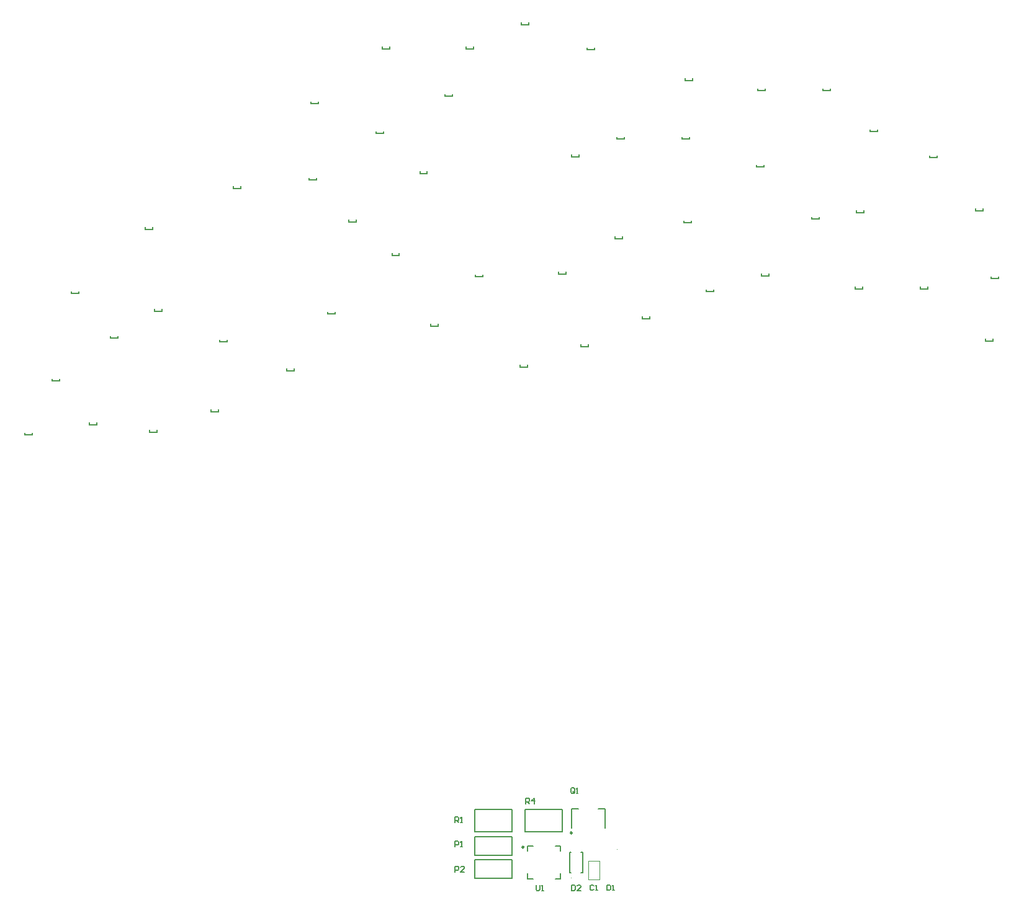
<source format=gbr>
%TF.GenerationSoftware,Altium Limited,Altium Designer,20.0.14 (345)*%
G04 Layer_Color=65535*
%FSLAX45Y45*%
%MOMM*%
%TF.FileFunction,Legend,Top*%
%TF.Part,Single*%
G01*
G75*
%TA.AperFunction,NonConductor*%
%ADD31C,0.10000*%
%ADD32C,0.25000*%
%ADD33C,0.20000*%
D31*
X10605500Y4910600D02*
G03*
X10605500Y4910600I-5000J0D01*
G01*
X11230400Y5297900D02*
G03*
X11230400Y5297900I-5000J0D01*
G01*
X10833100Y4889500D02*
X10887300D01*
X10833100D02*
Y5143500D01*
X10985500D01*
Y4889500D02*
Y5143500D01*
X10887300Y4889500D02*
X10985500D01*
D32*
X10613000Y5524450D02*
G03*
X10613000Y5524450I-12500J0D01*
G01*
X9954100Y5330100D02*
G03*
X9954100Y5330100I-12500J0D01*
G01*
D33*
X10578000Y4978100D02*
Y5258100D01*
X10758000Y4978100D02*
Y5258100D01*
X10578000Y4978100D02*
X10600500D01*
X10578000Y5258100D02*
X10600500D01*
X10735500Y4978100D02*
X10758000D01*
X10735500Y5258100D02*
X10758000D01*
X9791700Y5537200D02*
Y5643600D01*
X9283700Y5537200D02*
X9791700D01*
X9283700D02*
Y5842000D01*
X9791700D01*
Y5643600D02*
Y5842000D01*
Y5219700D02*
Y5473700D01*
X9283700Y5219700D02*
X9791700D01*
X9283700D02*
Y5473700D01*
X9791700D01*
X9283700Y4902200D02*
Y5156200D01*
X9791700D01*
Y4902200D02*
Y5156200D01*
X9283700Y4902200D02*
X9791700D01*
X10970500Y5849450D02*
X11065500D01*
Y5589450D02*
Y5849450D01*
X10605500D02*
X10700500D01*
X10605500Y5589450D02*
Y5849450D01*
X10006600Y4900100D02*
X10076600D01*
X10006600D02*
Y4970100D01*
X10381600Y4900100D02*
X10451600D01*
Y4970100D01*
Y5275100D02*
Y5345100D01*
X10381600D02*
X10451600D01*
X10006600D02*
X10076600D01*
X10006600Y5275100D02*
Y5345100D01*
X9906800Y11884900D02*
X10006800D01*
Y11914900D01*
X9906800Y11884900D02*
Y11914900D01*
X8687600Y12443700D02*
X8787600D01*
Y12473700D01*
X8687600Y12443700D02*
Y12473700D01*
X7279000Y12608800D02*
X7379000D01*
Y12638800D01*
X7279000Y12608800D02*
Y12638800D01*
X8536300Y14526500D02*
X8636300D01*
Y14556500D01*
X8536300Y14526500D02*
Y14556500D01*
X7938300Y15072600D02*
X8038300D01*
Y15102600D01*
X7938300Y15072600D02*
Y15102600D01*
X7025000Y14437601D02*
X7125000D01*
Y14467599D01*
X7025000Y14437601D02*
Y14467599D01*
X9297200Y13116800D02*
X9397200D01*
Y13146800D01*
X9297200Y13116800D02*
Y13146800D01*
X8155300Y13408900D02*
X8255300D01*
Y13438901D01*
X8155300Y13408900D02*
Y13438901D01*
X7570000Y13862700D02*
X7670000D01*
Y13892700D01*
X7570000Y13862700D02*
Y13892700D01*
X8878100Y15580600D02*
X8978100D01*
Y15610600D01*
X8878100Y15580600D02*
Y15610600D01*
X8027200Y16228300D02*
X8127200D01*
Y16258299D01*
X8027200Y16228300D02*
Y16258299D01*
X7049300Y15478999D02*
X7149300D01*
Y15509000D01*
X7049300Y15478999D02*
Y15509000D01*
X6719100Y11834100D02*
X6819100D01*
Y11864100D01*
X6719100Y11834100D02*
Y11864100D01*
X5995200Y14323300D02*
X6095200D01*
Y14353300D01*
X5995200Y14323300D02*
Y14353300D01*
X5690400Y11275300D02*
X5790400D01*
Y11305300D01*
X5690400Y11275300D02*
Y11305300D01*
X5804700Y12227800D02*
X5904700D01*
Y12257800D01*
X5804700Y12227800D02*
Y12257800D01*
X4852200Y10995900D02*
X4952200D01*
Y11025900D01*
X4852200Y10995900D02*
Y11025900D01*
X4788700Y13764500D02*
X4888700D01*
Y13794501D01*
X4788700Y13764500D02*
Y13794501D01*
X9170200Y16228300D02*
X9270200D01*
Y16258299D01*
X9170200Y16228300D02*
Y16258299D01*
X4026700Y11097500D02*
X4126700D01*
Y11127500D01*
X4026700Y11097500D02*
Y11127500D01*
X4915700Y12646900D02*
X5015700D01*
Y12676900D01*
X4915700Y12646900D02*
Y12676900D01*
X4318800Y12278600D02*
X4418800D01*
Y12308600D01*
X4318800Y12278600D02*
Y12308600D01*
X3785400Y12888200D02*
X3885400D01*
Y12918201D01*
X3785400Y12888200D02*
Y12918201D01*
X16256799Y12240500D02*
X16356799D01*
Y12270500D01*
X16256799Y12240500D02*
Y12270500D01*
X15367799Y12951700D02*
X15467799D01*
Y12981700D01*
X15367799Y12951700D02*
Y12981700D01*
X14478799Y12951700D02*
X14578799D01*
Y12981700D01*
X14478799Y12951700D02*
Y12981700D01*
X14682001Y15098000D02*
X14782001D01*
Y15128000D01*
X14682001Y15098000D02*
Y15128000D01*
X13132600Y14615401D02*
X13232600D01*
Y14645399D01*
X13132600Y14615401D02*
Y14645399D01*
X13196100Y13129500D02*
X13296100D01*
Y13159500D01*
X13196100Y13129500D02*
Y13159500D01*
X16333000Y13091400D02*
X16433000D01*
Y13121400D01*
X16333000Y13091400D02*
Y13121400D01*
X16117101Y14018500D02*
X16217101D01*
Y14048500D01*
X16117101Y14018500D02*
Y14048500D01*
X15494800Y14742400D02*
X15594800D01*
Y14772400D01*
X15494800Y14742400D02*
Y14772400D01*
X14491499Y13993100D02*
X14591499D01*
Y14023100D01*
X14491499Y13993100D02*
Y14023100D01*
X14034300Y15656799D02*
X14134300D01*
Y15686800D01*
X14034300Y15656799D02*
Y15686800D01*
X13145300Y15656799D02*
X13245300D01*
Y15686800D01*
X13145300Y15656799D02*
Y15686800D01*
X13881900Y13904201D02*
X13981900D01*
Y13934200D01*
X13881900Y13904201D02*
Y13934200D01*
X12446800Y12913600D02*
X12546800D01*
Y12943600D01*
X12446800Y12913600D02*
Y12943600D01*
X11570500Y12545300D02*
X11670500D01*
Y12575300D01*
X11570500Y12545300D02*
Y12575300D01*
X10732300Y12164300D02*
X10832300D01*
Y12194300D01*
X10732300Y12164300D02*
Y12194300D01*
X12116600Y14996400D02*
X12216600D01*
Y15026401D01*
X12116600Y14996400D02*
Y15026401D01*
X11227600Y14996400D02*
X11327600D01*
Y15026401D01*
X11227600Y14996400D02*
Y15026401D01*
X10605300Y14755099D02*
X10705300D01*
Y14785100D01*
X10605300Y14755099D02*
Y14785100D01*
X12142000Y13853400D02*
X12242000D01*
Y13883400D01*
X12142000Y13853400D02*
Y13883400D01*
X11202200Y13637500D02*
X11302200D01*
Y13667500D01*
X11202200Y13637500D02*
Y13667500D01*
X10427500Y13154900D02*
X10527500D01*
Y13184900D01*
X10427500Y13154900D02*
Y13184900D01*
X12154700Y15796500D02*
X12254700D01*
Y15826500D01*
X12154700Y15796500D02*
Y15826500D01*
X10821200Y16215601D02*
X10921200D01*
Y16245599D01*
X10821200Y16215601D02*
Y16245599D01*
X9919500Y16558501D02*
X10019500D01*
Y16588499D01*
X9919500Y16558501D02*
Y16588499D01*
X3150400Y10957800D02*
X3250400D01*
Y10987800D01*
X3150400Y10957800D02*
Y10987800D01*
X3518700Y11694400D02*
X3618700D01*
Y11724400D01*
X3518700Y11694400D02*
Y11724400D01*
X9971700Y5537200D02*
Y5735600D01*
Y5537200D02*
X10479700D01*
Y5842000D01*
X9971700D02*
X10479700D01*
X9971700Y5735600D02*
Y5842000D01*
X10605520Y4812688D02*
Y4737712D01*
X10643008D01*
X10655504Y4750208D01*
Y4800192D01*
X10643008Y4812688D01*
X10605520D01*
X10730480Y4737712D02*
X10680496D01*
X10730480Y4787696D01*
Y4800192D01*
X10717984Y4812688D01*
X10692992D01*
X10680496Y4800192D01*
X9018020Y4991712D02*
Y5066688D01*
X9055508D01*
X9068004Y5054192D01*
Y5029200D01*
X9055508Y5016704D01*
X9018020D01*
X9142980Y4991712D02*
X9092996D01*
X9142980Y5041696D01*
Y5054192D01*
X9130484Y5066688D01*
X9105492D01*
X9092996Y5054192D01*
X9017816Y5334612D02*
Y5409588D01*
X9055304D01*
X9067800Y5397092D01*
Y5372100D01*
X9055304Y5359604D01*
X9017816D01*
X9092792Y5334612D02*
X9117784D01*
X9105288D01*
Y5409588D01*
X9092792Y5397092D01*
X10909300Y4803362D02*
X10896804Y4815858D01*
X10871812D01*
X10859316Y4803362D01*
Y4753378D01*
X10871812Y4740882D01*
X10896804D01*
X10909300Y4753378D01*
X10934292Y4740882D02*
X10959284D01*
X10946788D01*
Y4815858D01*
X10934292Y4803362D01*
X11087916Y4815858D02*
Y4740882D01*
X11125404D01*
X11137900Y4753378D01*
Y4803362D01*
X11125404Y4815858D01*
X11087916D01*
X11162892Y4740882D02*
X11187884D01*
X11175388D01*
Y4815858D01*
X11162892Y4803362D01*
X10644324Y6078016D02*
Y6128000D01*
X10631828Y6140496D01*
X10606836D01*
X10594340Y6128000D01*
Y6078016D01*
X10606836Y6065520D01*
X10631828D01*
X10619332Y6090512D02*
X10644324Y6065520D01*
X10631828D02*
X10644324Y6078016D01*
X10669316Y6065520D02*
X10694308D01*
X10681812D01*
Y6140496D01*
X10669316Y6128000D01*
X9017816Y5664812D02*
Y5739788D01*
X9055304D01*
X9067800Y5727292D01*
Y5702300D01*
X9055304Y5689804D01*
X9017816D01*
X9042808D02*
X9067800Y5664812D01*
X9092792D02*
X9117784D01*
X9105288D01*
Y5739788D01*
X9092792Y5727292D01*
X10122716Y4812688D02*
Y4750208D01*
X10135212Y4737712D01*
X10160204D01*
X10172700Y4750208D01*
Y4812688D01*
X10197692Y4737712D02*
X10222684D01*
X10210188D01*
Y4812688D01*
X10197692Y4800192D01*
X9982200Y5923280D02*
Y5998256D01*
X10019688D01*
X10032184Y5985760D01*
Y5960768D01*
X10019688Y5948272D01*
X9982200D01*
X10007192D02*
X10032184Y5923280D01*
X10094664D02*
Y5998256D01*
X10057176Y5960768D01*
X10107160D01*
%TF.MD5,4ee432163139fe284fbd7c6b380aa128*%
M02*

</source>
